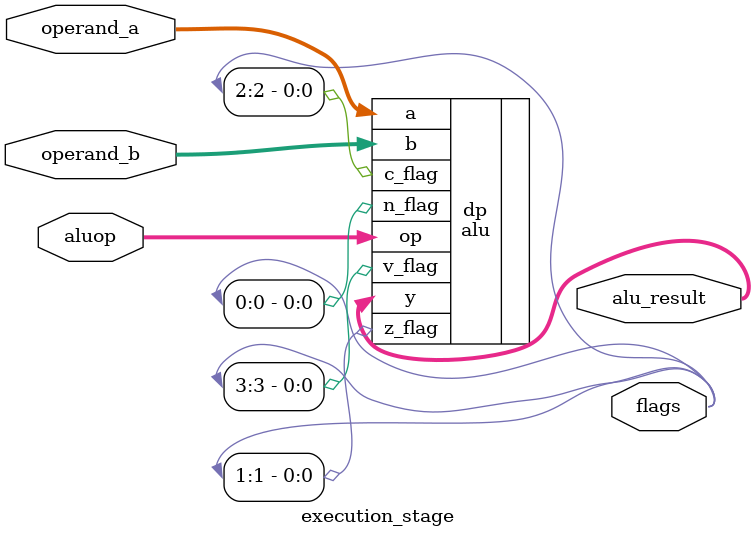
<source format=sv>
module execution_stage(
    // last stage data
    input logic [0:63] operand_a,
    input logic [0:63] operand_b,
    input logic [0:7]  aluop,

    // next stage data
    output logic [0:63] alu_result,

    //next stage signals
    output logic [0:3] flags
);

alu dp(
    .a(operand_a),
    .b(operand_b),
    .op(aluop),
    .y(alu_result),
    .n_flag(flags[0]),
    .z_flag(flags[1]),
    .c_flag(flags[2]),
    .v_flag(flags[3])
);


endmodule
</source>
